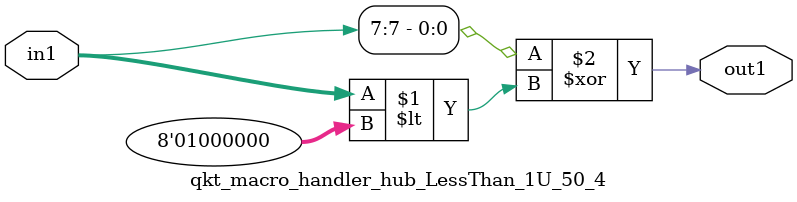
<source format=v>

`timescale 1ps / 1ps


module qkt_macro_handler_hub_LessThan_1U_50_4( in1, out1 );

    input [7:0] in1;
    output out1;

    
    // rtl_process:qkv_macro_handler_hub_LessThan_1U_94_4/qkv_macro_handler_hub_LessThan_1U_94_4_thread_1
    assign out1 = (in1[7] ^ in1 < 8'd064);

endmodule





</source>
